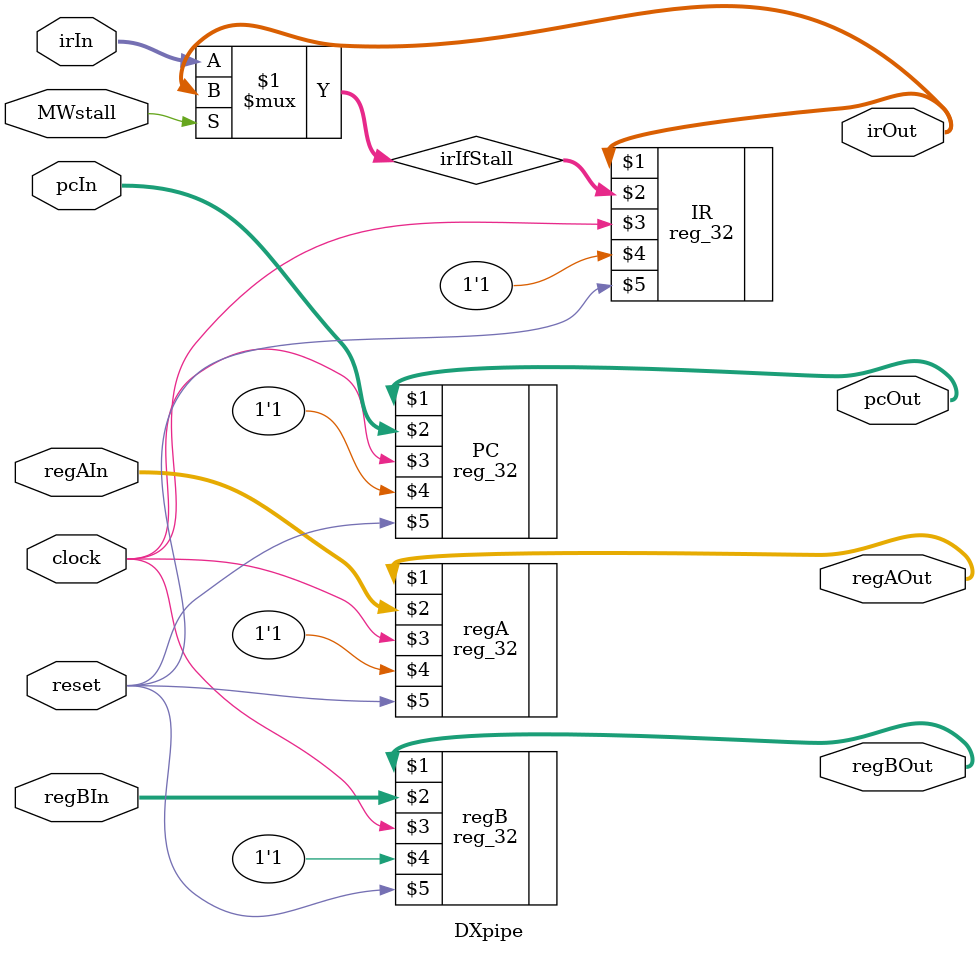
<source format=v>
module DXpipe(pcIn, pcOut, regAIn, regBIn, regAOut, regBOut, irIn, irOut, clock, reset, MWstall);
    input [31:0] pcIn, regAIn, regBIn, irIn;
    input clock, reset, MWstall;
    output [31:0] pcOut, regAOut, regBOut, irOut;
    wire [31:0] irIfStall;

    assign irIfStall = MWstall ? irOut : irIn;

    reg_32 PC(pcOut, pcIn, clock, 1'b1, reset);
    reg_32 regA(regAOut, regAIn, clock, 1'b1, reset);
    reg_32 regB(regBOut, regBIn, clock, 1'b1, reset);
    reg_32 IR(irOut, irIfStall, clock, 1'b1, reset);

endmodule
</source>
